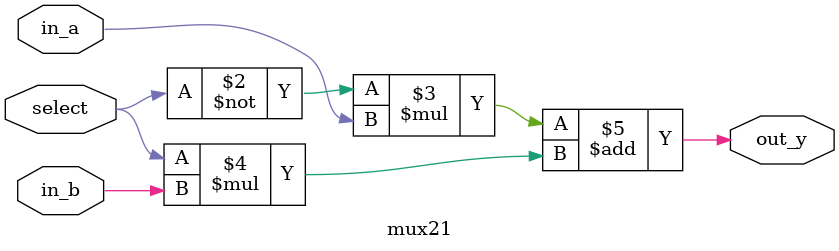
<source format=v>
/*
    exp3_A, make a 2:1 mux, continous assigment
    use the Kmap -> eqn   Y = a S' + b S
*/

`timescale 1ns/1ns
`define STEP 10

module tb ();
    wire outY;
    reg sel;
    reg inA;
    reg inB;

    integer idx;
    reg [2:0] trans;

    mux21 DUT (
                .out_y(outY),
                .in_a(inA),
                .in_b(inB),
                .select(sel)
              );
    
    initial begin
        $dumpfile("wave.vcd");
        $dumpvars(0, tb);
        $write("\n2:1 MUX, 1-bit, assign Y = S' a + S b\n\n");
        $write(" s  a  b  |  Y\n");
        $write("---------------\n");

        for (idx = 0; idx < 8; idx = idx + 1) begin
            trans = idx;
            sel = trans[2];
            inA = trans[1];
            inB = trans[0];
            # `STEP
            $write(" %b  %b  %b  |  %b\n",
                sel, inA, inB, outY);
        end

        # `STEP
        $write("\n\n\t\t ~ ~ ~ TEST COMPLETE ~ ~ ~\n\n");
        $finish;
    end

endmodule


////~~~~


module mux21 (
                output wire out_y,
                input wire select,
                input wire in_a,
                input wire in_b
             );
    assign out_y = (~select * in_a) + (select * in_b);
endmodule


////////~~~~~~~~END>  exp3a.v

</source>
